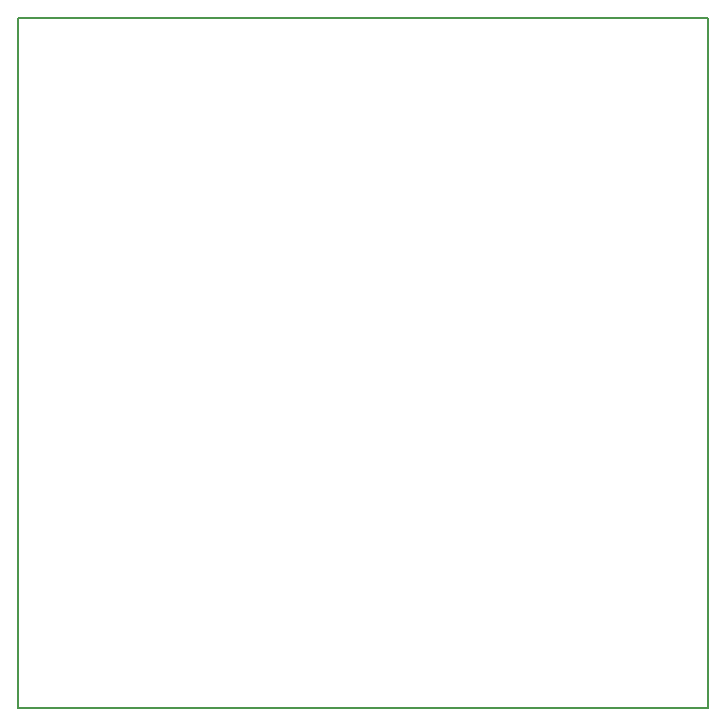
<source format=gbr>
G04 #@! TF.FileFunction,Profile,NP*
%FSLAX46Y46*%
G04 Gerber Fmt 4.6, Leading zero omitted, Abs format (unit mm)*
G04 Created by KiCad (PCBNEW 4.0.1-stable) date 01/28/17 17:52:11*
%MOMM*%
G01*
G04 APERTURE LIST*
%ADD10C,0.100000*%
%ADD11C,0.150000*%
G04 APERTURE END LIST*
D10*
D11*
X107950000Y-129540000D02*
X107950000Y-71120000D01*
X166370000Y-129540000D02*
X107950000Y-129540000D01*
X166370000Y-71120000D02*
X166370000Y-129540000D01*
X107950000Y-71120000D02*
X166370000Y-71120000D01*
M02*

</source>
